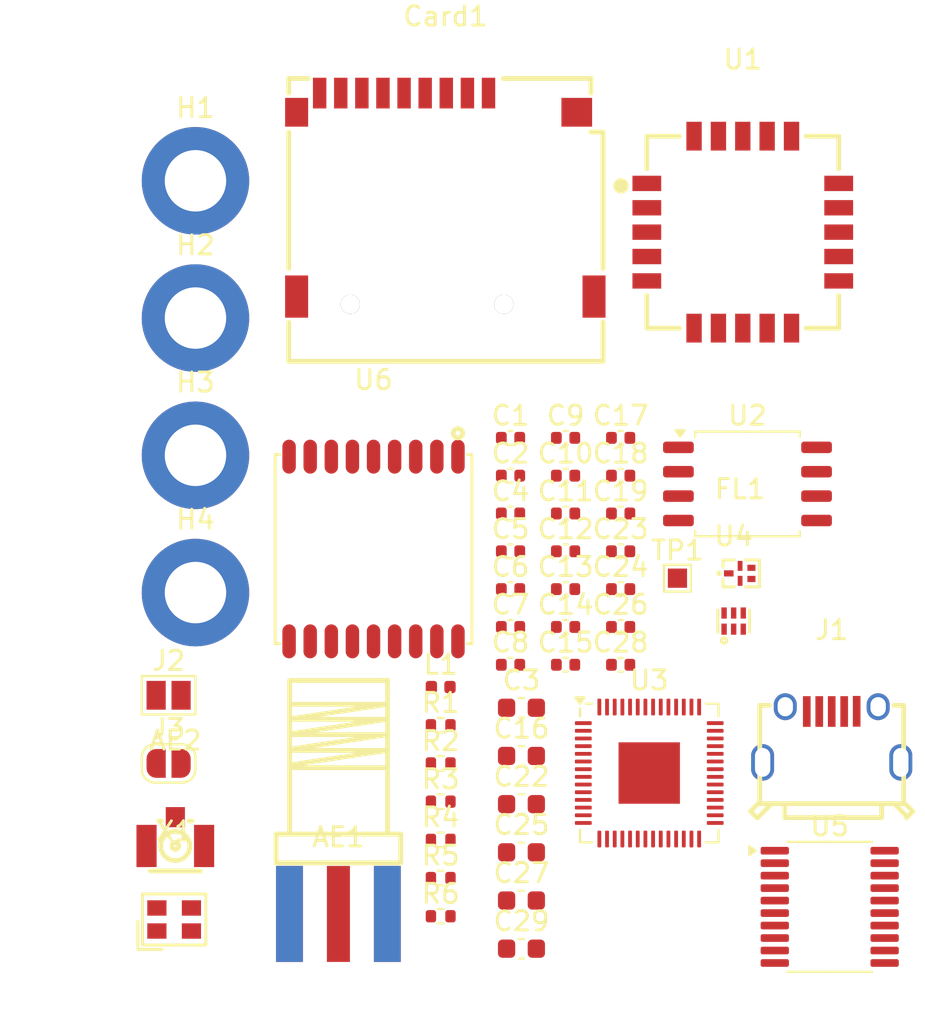
<source format=kicad_pcb>
(kicad_pcb (version 20240108) (generator "pcbnew") (generator_version "8.0")
  (layers (0 "F.Cu" signal) (31 "B.Cu" signal) (34 "B.Paste" user) (35 "F.Paste" user) (36 "B.SilkS" user "B.Silkscreen") (37 "F.SilkS" user "F.Silkscreen") (38 "B.Mask" user) (39 "F.Mask" user) (44 "Edge.Cuts" user))
  (net 0 "")
  (net 1 "GND")
  (net 2 "Net-(AE1-A)")
  (net 3 "/ANT IN")
  (net 4 "/SX RST")
  (net 5 "+3.3VA")
  (net 6 "+1V1")
  (net 7 "Net-(C17-Pad2)")
  (net 8 "/VCC RF")
  (net 9 "Net-(FL1-OUT)")
  (net 10 "/ANT")
  (net 11 "Net-(U5-LDOO)")
  (net 12 "/SD_CS")
  (net 13 "/MOSI")
  (net 14 "/SCK")
  (net 20 "/MISO")
  (net 23 "Net-(FL1-IN)")
  (net 24 "/USB_D-")
  (net 25 "/USB_D+")
  (net 28 "VBUS")
  (net 29 "/SWD")
  (net 30 "/SWCLK")
  (net 31 "/BOOTSEL")
  (net 32 "Net-(U4-RFIN)")
  (net 33 "/QSPI_SS")
  (net 34 "/RP USB_D+")
  (net 35 "/RP USB_D-")
  (net 36 "/RUN")
  (net 37 "/SDA")
  (net 38 "/SCL")
  (net 39 "/RXEN")
  (net 45 "/SX CS")
  (net 47 "/BUSY")
  (net 48 "/TXEN")
  (net 50 "/QSPI_SD2")
  (net 51 "/QSPI_SD3")
  (net 52 "/QSPI_SD1")
  (net 53 "/QSPI_SCLK")
  (net 54 "/QSPI_SDO")
  (net 75 "/XIN")
  (net 77 "/ANT OFF")
  (net 78 "Net-(U5-VNEG)")
  (net 79 "Net-(U5-CAPP)")
  (net 80 "Net-(U5-OUTR)")
  (net 82 "/BCK")
  (net 83 "/DIN")
  (net 84 "Net-(U5-CAPM)")
  (net 85 "/LRCK")
  (net 93 "/PPS")
  (footprint "Package_DFN_QFN:QFN-56-1EP_7x7mm_P0.4mm_EP3.2x3.2mm" (layer "F.Cu") (at 140.7267 89.1142)
    (property "Reference" "U3" (at 0 -4.83 0) (layer "F.SilkS"))
    (property "Value" "RP2040")
    (pad "1" smd roundrect (at -3.4375 -2.6) (size 0.875 0.2) (layers "F.Cu" "F.Paste" "F.Mask") (net 5 "+3.3VA"))
    (pad "2" smd roundrect (at -3.4375 -2.2) (size 0.875 0.2) (layers "F.Cu" "F.Paste" "F.Mask") (net 39 "/RXEN"))
    (pad "3" smd roundrect (at -3.4375 -1.8) (size 0.875 0.2) (layers "F.Cu" "F.Paste" "F.Mask") (net 48 "/TXEN"))
    (pad "4" smd roundrect (at -3.4375 -1.4) (size 0.875 0.2) (layers "F.Cu" "F.Paste" "F.Mask") (net 4 "/SX RST"))
    (pad "5" smd roundrect (at -3.4375 -1) (size 0.875 0.2) (layers "F.Cu" "F.Paste" "F.Mask") (net 13 "/MOSI"))
    (pad "6" smd roundrect (at -3.4375 -0.6) (size 0.875 0.2) (layers "F.Cu" "F.Paste" "F.Mask") (net 20 "/MISO"))
    (pad "7" smd roundrect (at -3.4375 -0.2) (size 0.875 0.2) (layers "F.Cu" "F.Paste" "F.Mask") (net 45 "/SX CS"))
    (pad "8" smd roundrect (at -3.4375 0.2) (size 0.875 0.2) (layers "F.Cu" "F.Paste" "F.Mask") (net 14 "/SCK"))
    (pad "9" smd roundrect (at -3.4375 0.6) (size 0.875 0.2) (layers "F.Cu" "F.Paste" "F.Mask") (net 47 "/BUSY"))
    (pad "10" smd roundrect (at -3.4375 1) (size 0.875 0.2) (layers "F.Cu" "F.Paste" "F.Mask") (net 5 "+3.3VA"))
    (pad "11" smd roundrect (at -3.4375 1.4) (size 0.875 0.2) (layers "F.Cu" "F.Paste" "F.Mask"))
    (pad "12" smd roundrect (at -3.4375 1.8) (size 0.875 0.2) (layers "F.Cu" "F.Paste" "F.Mask"))
    (pad "13" smd roundrect (at -3.4375 2.2) (size 0.875 0.2) (layers "F.Cu" "F.Paste" "F.Mask"))
    (pad "14" smd roundrect (at -3.4375 2.6) (size 0.875 0.2) (layers "F.Cu" "F.Paste" "F.Mask"))
    (pad "15" smd roundrect (at -2.6 3.4375) (size 0.2 0.875) (layers "F.Cu" "F.Paste" "F.Mask") (net 37 "/SDA"))
    (pad "16" smd roundrect (at -2.2 3.4375) (size 0.2 0.875) (layers "F.Cu" "F.Paste" "F.Mask") (net 38 "/SCL"))
    (pad "17" smd roundrect (at -1.8 3.4375) (size 0.2 0.875) (layers "F.Cu" "F.Paste" "F.Mask"))
    (pad "18" smd roundrect (at -1.4 3.4375) (size 0.2 0.875) (layers "F.Cu" "F.Paste" "F.Mask"))
    (pad "19" smd roundrect (at -1 3.4375) (size 0.2 0.875) (layers "F.Cu" "F.Paste" "F.Mask") (net 1 "GND"))
    (pad "20" smd roundrect (at -0.6 3.4375) (size 0.2 0.875) (layers "F.Cu" "F.Paste" "F.Mask") (net 75 "/XIN"))
    (pad "21" smd roundrect (at -0.2 3.4375) (size 0.2 0.875) (layers "F.Cu" "F.Paste" "F.Mask"))
    (pad "22" smd roundrect (at 0.2 3.4375) (size 0.2 0.875) (layers "F.Cu" "F.Paste" "F.Mask") (net 5 "+3.3VA"))
    (pad "23" smd roundrect (at 0.6 3.4375) (size 0.2 0.875) (layers "F.Cu" "F.Paste" "F.Mask") (net 6 "+1V1"))
    (pad "24" smd roundrect (at 1 3.4375) (size 0.2 0.875) (layers "F.Cu" "F.Paste" "F.Mask") (net 30 "/SWCLK"))
    (pad "25" smd roundrect (at 1.4 3.4375) (size 0.2 0.875) (layers "F.Cu" "F.Paste" "F.Mask") (net 29 "/SWD"))
    (pad "26" smd roundrect (at 1.8 3.4375) (size 0.2 0.875) (layers "F.Cu" "F.Paste" "F.Mask") (net 36 "/RUN"))
    (pad "27" smd roundrect (at 2.2 3.4375) (size 0.2 0.875) (layers "F.Cu" "F.Paste" "F.Mask"))
    (pad "28" smd roundrect (at 2.6 3.4375) (size 0.2 0.875) (layers "F.Cu" "F.Paste" "F.Mask"))
    (pad "29" smd roundrect (at 3.4375 2.6) (size 0.875 0.2) (layers "F.Cu" "F.Paste" "F.Mask"))
    (pad "30" smd roundrect (at 3.4375 2.2) (size 0.875 0.2) (layers "F.Cu" "F.Paste" "F.Mask"))
    (pad "31" smd roundrect (at 3.4375 1.8) (size 0.875 0.2) (layers "F.Cu" "F.Paste" "F.Mask"))
    (pad "32" smd roundrect (at 3.4375 1.4) (size 0.875 0.2) (layers "F.Cu" "F.Paste" "F.Mask"))
    (pad "33" smd roundrect (at 3.4375 1) (size 0.875 0.2) (layers "F.Cu" "F.Paste" "F.Mask") (net 5 "+3.3VA"))
    (pad "34" smd roundrect (at 3.4375 0.6) (size 0.875 0.2) (layers "F.Cu" "F.Paste" "F.Mask"))
    (pad "35" smd roundrect (at 3.4375 0.2) (size 0.875 0.2) (layers "F.Cu" "F.Paste" "F.Mask"))
    (pad "36" smd roundrect (at 3.4375 -0.2) (size 0.875 0.2) (layers "F.Cu" "F.Paste" "F.Mask"))
    (pad "37" smd roundrect (at 3.4375 -0.6) (size 0.875 0.2) (layers "F.Cu" "F.Paste" "F.Mask"))
    (pad "38" smd roundrect (at 3.4375 -1) (size 0.875 0.2) (layers "F.Cu" "F.Paste" "F.Mask"))
    (pad "39" smd roundrect (at 3.4375 -1.4) (size 0.875 0.2) (layers "F.Cu" "F.Paste" "F.Mask"))
    (pad "40" smd roundrect (at 3.4375 -1.8) (size 0.875 0.2) (layers "F.Cu" "F.Paste" "F.Mask"))
    (pad "41" smd roundrect (at 3.4375 -2.2) (size 0.875 0.2) (layers "F.Cu" "F.Paste" "F.Mask"))
    (pad "42" smd roundrect (at 3.4375 -2.6) (size 0.875 0.2) (layers "F.Cu" "F.Paste" "F.Mask") (net 5 "+3.3VA"))
    (pad "43" smd roundrect (at 2.6 -3.4375) (size 0.2 0.875) (layers "F.Cu" "F.Paste" "F.Mask") (net 5 "+3.3VA"))
    (pad "44" smd roundrect (at 2.2 -3.4375) (size 0.2 0.875) (layers "F.Cu" "F.Paste" "F.Mask") (net 5 "+3.3VA"))
    (pad "45" smd roundrect (at 1.8 -3.4375) (size 0.2 0.875) (layers "F.Cu" "F.Paste" "F.Mask") (net 6 "+1V1"))
    (pad "46" smd roundrect (at 1.4 -3.4375) (size 0.2 0.875) (layers "F.Cu" "F.Paste" "F.Mask") (net 35 "/RP USB_D-"))
    (pad "47" smd roundrect (at 1 -3.4375) (size 0.2 0.875) (layers "F.Cu" "F.Paste" "F.Mask") (net 34 "/RP USB_D+"))
    (pad "48" smd roundrect (at 0.6 -3.4375) (size 0.2 0.875) (layers "F.Cu" "F.Paste" "F.Mask") (net 5 "+3.3VA"))
    (pad "49" smd roundrect (at 0.2 -3.4375) (size 0.2 0.875) (layers "F.Cu" "F.Paste" "F.Mask") (net 5 "+3.3VA"))
    (pad "50" smd roundrect (at -0.2 -3.4375) (size 0.2 0.875) (layers "F.Cu" "F.Paste" "F.Mask") (net 6 "+1V1"))
    (pad "51" smd roundrect (at -0.6 -3.4375) (size 0.2 0.875) (layers "F.Cu" "F.Paste" "F.Mask") (net 51 "/QSPI_SD3"))
    (pad "52" smd roundrect (at -1 -3.4375) (size 0.2 0.875) (layers "F.Cu" "F.Paste" "F.Mask") (net 53 "/QSPI_SCLK"))
    (pad "53" smd roundrect (at -1.4 -3.4375) (size 0.2 0.875) (layers "F.Cu" "F.Paste" "F.Mask") (net 54 "/QSPI_SDO"))
    (pad "54" smd roundrect (at -1.8 -3.4375) (size 0.2 0.875) (layers "F.Cu" "F.Paste" "F.Mask") (net 50 "/QSPI_SD2"))
    (pad "55" smd roundrect (at -2.2 -3.4375) (size 0.2 0.875) (layers "F.Cu" "F.Paste" "F.Mask") (net 52 "/QSPI_SD1"))
    (pad "56" smd roundrect (at -2.6 -3.4375) (size 0.2 0.875) (layers "F.Cu" "F.Paste" "F.Mask") (net 33 "/QSPI_SS"))
    (pad "57" smd rect (at 0 0) (size 3.2 3.2) (property pad_prop_heatsink) (layers "F.Cu" "F.Mask") (net 1 "GND"))
  )
  (footprint "Capacitor_SMD:C_0402_1005Metric" (layer "F.Cu") (at 139.2367 79.5342)
    (property "Reference" "C24" (at 0 -1.16 0) (layer "F.SilkS"))
    (property "Value" "100n")
    (pad "1" smd roundrect (at -0.48 0) (size 0.56 0.62) (layers "F.Cu" "F.Paste" "F.Mask") (net 5 "+3.3VA"))
    (pad "2" smd roundrect (at 0.48 0) (size 0.56 0.62) (layers "F.Cu" "F.Paste" "F.Mask") (net 1 "GND"))
  )
  (footprint "Package_SO:TSSOP-20_4.4x6.5mm_P0.65mm" (layer "F.Cu") (at 150.1317 96.0842)
    (property "Reference" "U5" (at 0 -4.2 0) (layer "F.SilkS"))
    (property "Value" "PCM5102A")
    (pad "1" smd roundrect (at -2.8625 -2.925) (size 1.475 0.4) (layers "F.Cu" "F.Paste" "F.Mask") (net 5 "+3.3VA"))
    (pad "2" smd roundrect (at -2.8625 -2.275) (size 1.475 0.4) (layers "F.Cu" "F.Paste" "F.Mask") (net 79 "Net-(U5-CAPP)"))
    (pad "3" smd roundrect (at -2.8625 -1.625) (size 1.475 0.4) (layers "F.Cu" "F.Paste" "F.Mask") (net 1 "GND"))
    (pad "4" smd roundrect (at -2.8625 -0.975) (size 1.475 0.4) (layers "F.Cu" "F.Paste" "F.Mask") (net 84 "Net-(U5-CAPM)"))
    (pad "5" smd roundrect (at -2.8625 -0.325) (size 1.475 0.4) (layers "F.Cu" "F.Paste" "F.Mask") (net 78 "Net-(U5-VNEG)"))
    (pad "6" smd roundrect (at -2.8625 0.325) (size 1.475 0.4) (layers "F.Cu" "F.Paste" "F.Mask"))
    (pad "7" smd roundrect (at -2.8625 0.975) (size 1.475 0.4) (layers "F.Cu" "F.Paste" "F.Mask") (net 80 "Net-(U5-OUTR)"))
    (pad "8" smd roundrect (at -2.8625 1.625) (size 1.475 0.4) (layers "F.Cu" "F.Paste" "F.Mask") (net 5 "+3.3VA"))
    (pad "9" smd roundrect (at -2.8625 2.275) (size 1.475 0.4) (layers "F.Cu" "F.Paste" "F.Mask") (net 1 "GND"))
    (pad "10" smd roundrect (at -2.8625 2.925) (size 1.475 0.4) (layers "F.Cu" "F.Paste" "F.Mask") (net 1 "GND"))
    (pad "11" smd roundrect (at 2.8625 2.925) (size 1.475 0.4) (layers "F.Cu" "F.Paste" "F.Mask") (net 1 "GND"))
    (pad "12" smd roundrect (at 2.8625 2.275) (size 1.475 0.4) (layers "F.Cu" "F.Paste" "F.Mask") (net 14 "/SCK"))
    (pad "13" smd roundrect (at 2.8625 1.625) (size 1.475 0.4) (layers "F.Cu" "F.Paste" "F.Mask") (net 82 "/BCK"))
    (pad "14" smd roundrect (at 2.8625 0.975) (size 1.475 0.4) (layers "F.Cu" "F.Paste" "F.Mask") (net 83 "/DIN"))
    (pad "15" smd roundrect (at 2.8625 0.325) (size 1.475 0.4) (layers "F.Cu" "F.Paste" "F.Mask") (net 85 "/LRCK"))
    (pad "16" smd roundrect (at 2.8625 -0.325) (size 1.475 0.4) (layers "F.Cu" "F.Paste" "F.Mask") (net 1 "GND"))
    (pad "17" smd roundrect (at 2.8625 -0.975) (size 1.475 0.4) (layers "F.Cu" "F.Paste" "F.Mask") (net 5 "+3.3VA"))
    (pad "18" smd roundrect (at 2.8625 -1.625) (size 1.475 0.4) (layers "F.Cu" "F.Paste" "F.Mask") (net 11 "Net-(U5-LDOO)"))
    (pad "19" smd roundrect (at 2.8625 -2.275) (size 1.475 0.4) (layers "F.Cu" "F.Paste" "F.Mask") (net 1 "GND"))
    (pad "20" smd roundrect (at 2.8625 -2.925) (size 1.475 0.4) (layers "F.Cu" "F.Paste" "F.Mask") (net 5 "+3.3VA"))
  )
  (footprint "Inductor_SMD:L_0402_1005Metric" (layer "F.Cu") (at 129.8567 84.6342)
    (property "Reference" "L1" (at 0 -1.17 0) (layer "F.SilkS"))
    (property "Value" "10n")
    (pad "1" smd roundrect (at -0.485 0) (size 0.59 0.64) (layers "F.Cu" "F.Paste" "F.Mask") (net 7 "Net-(C17-Pad2)"))
    (pad "2" smd roundrect (at 0.485 0) (size 0.59 0.64) (layers "F.Cu" "F.Paste" "F.Mask") (net 32 "Net-(U4-RFIN)"))
  )
  (footprint "Resistor_SMD:R_0402_1005Metric" (layer "F.Cu") (at 129.8567 86.6242)
    (property "Reference" "R1" (at 0 -1.17 0) (layer "F.SilkS"))
    (property "Value" "1k")
    (pad "1" smd roundrect (at -0.51 0) (size 0.54 0.64) (layers "F.Cu" "F.Paste" "F.Mask") (net 33 "/QSPI_SS"))
    (pad "2" smd roundrect (at 0.51 0) (size 0.54 0.64) (layers "F.Cu" "F.Paste" "F.Mask") (net 31 "/BOOTSEL"))
  )
  (footprint "Capacitor_SMD:C_0402_1005Metric" (layer "F.Cu") (at 136.3667 71.6542)
    (property "Reference" "C9" (at 0 -1.16 0) (layer "F.SilkS"))
    (property "Value" "1u")
    (pad "1" smd roundrect (at -0.48 0) (size 0.56 0.62) (layers "F.Cu" "F.Paste" "F.Mask") (net 5 "+3.3VA"))
    (pad "2" smd roundrect (at 0.48 0) (size 0.56 0.62) (layers "F.Cu" "F.Paste" "F.Mask") (net 1 "GND"))
  )
  (footprint "Jumper:SolderJumper-2_P1.3mm_Open_Pad1.0x1.5mm" (layer "F.Cu") (at 115.6767 85.0642)
    (property "Reference" "J2" (at 0 -1.8 0) (layer "F.SilkS"))
    (property "Value" "Conn_01x02")
    (pad "1" smd rect (at -0.65 0) (size 1 1.5) (layers "F.Cu" "F.Mask") (net 30 "/SWCLK"))
    (pad "2" smd rect (at 0.65 0) (size 1 1.5) (layers "F.Cu" "F.Mask") (net 29 "/SWD"))
  )
  (footprint "MountingHole:MountingHole_3.2mm_M3_DIN965_Pad" (layer "F.Cu") (at 117.0767 58.2642)
    (property "Reference" "H1" (at 0 -3.8 0) (layer "F.SilkS"))
    (property "Value" "MountingHole_Pad")
    (pad "1" thru_hole circle (at 0 0) (size 5.6 5.6) (drill 3.2) (layers "*.Cu" "*.Mask") (net 1 "GND"))
  )
  (footprint "Capacitor_SMD:C_0603_1608Metric" (layer "F.Cu") (at 134.0667 90.7342)
    (property "Reference" "C22" (at 0 -1.43 0) (layer "F.SilkS"))
    (property "Value" "10u")
    (pad "1" smd roundrect (at -0.775 0) (size 0.9 0.95) (layers "F.Cu" "F.Paste" "F.Mask") (net 11 "Net-(U5-LDOO)"))
    (pad "2" smd roundrect (at 0.775 0) (size 0.9 0.95) (layers "F.Cu" "F.Paste" "F.Mask") (net 1 "GND"))
  )
  (footprint "TestPoint:TestPoint_Pad_1.0x1.0mm" (layer "F.Cu") (at 142.1967 78.9642)
    (property "Reference" "TP1" (at 0 -1.448 0) (layer "F.SilkS"))
    (property "Value" "TestPoint")
    (pad "1" smd rect (at 0 0) (size 1 1) (layers "F.Cu" "F.Mask") (net 36 "/RUN"))
  )
  (footprint "Capacitor_SMD:C_0603_1608Metric" (layer "F.Cu") (at 134.0667 93.2442)
    (property "Reference" "C25" (at 0 -1.43 0) (layer "F.SilkS"))
    (property "Value" "10u")
    (pad "1" smd roundrect (at -0.775 0) (size 0.9 0.95) (layers "F.Cu" "F.Paste" "F.Mask") (net 5 "+3.3VA"))
    (pad "2" smd roundrect (at 0.775 0) (size 0.9 0.95) (layers "F.Cu" "F.Paste" "F.Mask") (net 1 "GND"))
  )
  (footprint "Capacitor_SMD:C_0402_1005Metric" (layer "F.Cu") (at 136.3667 73.6242)
    (property "Reference" "C10" (at 0 -1.16 0) (layer "F.SilkS"))
    (property "Value" "100n")
    (pad "1" smd roundrect (at -0.48 0) (size 0.56 0.62) (layers "F.Cu" "F.Paste" "F.Mask") (net 5 "+3.3VA"))
    (pad "2" smd roundrect (at 0.48 0) (size 0.56 0.62) (layers "F.Cu" "F.Paste" "F.Mask") (net 1 "GND"))
  )
  (footprint "Resistor_SMD:R_0402_1005Metric" (layer "F.Cu") (at 129.8567 90.6042)
    (property "Reference" "R3" (at 0 -1.17 0) (layer "F.SilkS"))
    (property "Value" "22R")
    (pad "1" smd roundrect (at -0.51 0) (size 0.54 0.64) (layers "F.Cu" "F.Paste" "F.Mask") (net 35 "/RP USB_D-"))
    (pad "2" smd roundrect (at 0.51 0) (size 0.54 0.64) (layers "F.Cu" "F.Paste" "F.Mask") (net 24 "/USB_D-"))
  )
  (footprint "Capacitor_SMD:C_0402_1005Metric" (layer "F.Cu") (at 139.2367 71.6542)
    (property "Reference" "C17" (at 0 -1.16 0) (layer "F.SilkS"))
    (property "Value" "1n")
    (pad "1" smd roundrect (at -0.48 0) (size 0.56 0.62) (layers "F.Cu" "F.Paste" "F.Mask") (net 3 "/ANT IN"))
    (pad "2" smd roundrect (at 0.48 0) (size 0.56 0.62) (layers "F.Cu" "F.Paste" "F.Mask") (net 7 "Net-(C17-Pad2)"))
  )
  (footprint "Resistor_SMD:R_0402_1005Metric" (layer "F.Cu") (at 129.8567 88.6142)
    (property "Reference" "R2" (at 0 -1.17 0) (layer "F.SilkS"))
    (property "Value" "22R")
    (pad "1" smd roundrect (at -0.51 0) (size 0.54 0.64) (layers "F.Cu" "F.Paste" "F.Mask") (net 25 "/USB_D+"))
    (pad "2" smd roundrect (at 0.51 0) (size 0.54 0.64) (layers "F.Cu" "F.Paste" "F.Mask") (net 34 "/RP USB_D+"))
  )
  (footprint "Resistor_SMD:R_0402_1005Metric" (layer "F.Cu") (at 129.8567 92.5942)
    (property "Reference" "R4" (at 0 -1.17 0) (layer "F.SilkS"))
    (property "Value" "5.1k")
    (pad "1" smd roundrect (at -0.51 0) (size 0.54 0.64) (layers "F.Cu" "F.Paste" "F.Mask") (net 5 "+3.3VA"))
    (pad "2" smd roundrect (at 0.51 0) (size 0.54 0.64) (layers "F.Cu" "F.Paste" "F.Mask") (net 36 "/RUN"))
  )
  (footprint ".pretty:WIRELM-SMD_E22-400MM22S" (layer "F.Cu") (at 145.6017 60.9392)
    (property "Reference" "U1" (at 0 -9 0) (layer "F.SilkS"))
    (property "Value" "E22-900MM22S")
    (pad "1" smd rect (at -5 -2.54) (size 1.5 0.8) (layers "F.Cu" "F.Paste" "F.Mask") (net 5 "+3.3VA"))
    (pad "2" smd rect (at -5 -1.27) (size 1.5 0.8) (layers "F.Cu" "F.Paste" "F.Mask") (net 1 "GND"))
    (pad "3" smd rect (at -5 0) (size 1.5 0.8) (layers "F.Cu" "F.Paste" "F.Mask") (net 4 "/SX RST"))
    (pad "4" smd rect (at -5 1.27) (size 1.5 0.8) (layers "F.Cu" "F.Paste" "F.Mask"))
    (pad "5" smd rect (at -5 2.54) (size 1.5 0.8) (layers "F.Cu" "F.Paste" "F.Mask"))
    (pad "6" smd rect (at -2.54 5 90) (size 1.5 0.8) (layers "F.Cu" "F.Paste" "F.Mask") (net 2 "Net-(AE1-A)"))
    (pad "7" smd rect (at -1.27 5 90) (size 1.5 0.8) (layers "F.Cu" "F.Paste" "F.Mask") (net 1 "GND"))
    (pad "8" smd rect (at 0 5 90) (size 1.5 0.8) (layers "F.Cu" "F.Paste" "F.Mask"))
    (pad "9" smd rect (at 1.27 5 90) (size 1.5 0.8) (layers "F.Cu" "F.Paste" "F.Mask") (net 48 "/TXEN"))
    (pad "10" smd rect (at 2.54 5 90) (size 1.5 0.8) (layers "F.Cu" "F.Paste" "F.Mask") (net 39 "/RXEN"))
    (pad "11" smd rect (at 5 2.54 180) (size 1.5 0.8) (layers "F.Cu" "F.Paste" "F.Mask") (net 47 "/BUSY"))
    (pad "12" smd rect (at 5 1.27 180) (size 1.5 0.8) (layers "F.Cu" "F.Paste" "F.Mask") (net 20 "/MISO"))
    (pad "13" smd rect (at 5 0 180) (size 1.5 0.8) (layers "F.Cu" "F.Paste" "F.Mask") (net 13 "/MOSI"))
    (pad "14" smd rect (at 5 -1.27 180) (size 1.5 0.8) (layers "F.Cu" "F.Paste" "F.Mask") (net 45 "/SX CS"))
    (pad "15" smd rect (at 5 -2.54 180) (size 1.5 0.8) (layers "F.Cu" "F.Paste" "F.Mask") (net 14 "/SCK"))
    (pad "16" smd rect (at 2.54 -5 270) (size 1.5 0.8) (layers "F.Cu" "F.Paste" "F.Mask") (net 1 "GND"))
    (pad "17" smd rect (at 1.27 -5 270) (size 1.5 0.8) (layers "F.Cu" "F.Paste" "F.Mask"))
    (pad "18" smd rect (at 0 -5 270) (size 1.5 0.8) (layers "F.Cu" "F.Paste" "F.Mask"))
    (pad "19" smd rect (at -1.27 -5 270) (size 1.5 0.8) (layers "F.Cu" "F.Paste" "F.Mask"))
    (pad "20" smd rect (at -2.54 -5 270) (size 1.5 0.8) (layers "F.Cu" "F.Paste" "F.Mask"))
  )
  (footprint "MountingHole:MountingHole_3.2mm_M3_DIN965_Pad" (layer "F.Cu") (at 117.0767 79.7142)
    (property "Reference" "H4" (at 0 -3.8 0) (layer "F.SilkS"))
    (property "Value" "MountingHole_Pad")
    (pad "1" thru_hole circle (at 0 0) (size 5.6 5.6) (drill 3.2) (layers "*.Cu" "*.Mask") (net 1 "GND"))
  )
  (footprint "Capacitor_SMD:C_0402_1005Metric" (layer "F.Cu") (at 133.4967 73.6242)
    (property "Reference" "C2" (at 0 -1.16 0) (layer "F.SilkS"))
    (property "Value" "10n")
    (pad "1" smd roundrect (at -0.48 0) (size 0.56 0.62) (layers "F.Cu" "F.Paste" "F.Mask") (net 5 "+3.3VA"))
    (pad "2" smd roundrect (at 0.48 0) (size 0.56 0.62) (layers "F.Cu" "F.Paste" "F.Mask") (net 1 "GND"))
  )
  (footprint "Capacitor_SMD:C_0402_1005Metric" (layer "F.Cu") (at 136.3667 81.5042)
    (property "Reference" "C14" (at 0 -1.16 0) (layer "F.SilkS"))
    (property "Value" "100n")
    (pad "1" smd roundrect (at -0.48 0) (size 0.56 0.62) (layers "F.Cu" "F.Paste" "F.Mask") (net 5 "+3.3VA"))
    (pad "2" smd roundrect (at 0.48 0) (size 0.56 0.62) (layers "F.Cu" "F.Paste" "F.Mask") (net 1 "GND"))
  )
  (footprint "Capacitor_SMD:C_0402_1005Metric" (layer "F.Cu") (at 136.3667 77.5642)
    (property "Reference" "C12" (at 0 -1.16 0) (layer "F.SilkS"))
    (property "Value" "100n")
    (pad "1" smd roundrect (at -0.48 0) (size 0.56 0.62) (layers "F.Cu" "F.Paste" "F.Mask") (net 5 "+3.3VA"))
    (pad "2" smd roundrect (at 0.48 0) (size 0.56 0.62) (layers "F.Cu" "F.Paste" "F.Mask") (net 1 "GND"))
  )
  (footprint "Capacitor_SMD:C_0402_1005Metric" (layer "F.Cu") (at 139.2367 77.5642)
    (property "Reference" "C23" (at 0 -1.16 0) (layer "F.SilkS"))
    (property "Value" "100n")
    (pad "1" smd roundrect (at -0.48 0) (size 0.56 0.62) (layers "F.Cu" "F.Paste" "F.Mask") (net 11 "Net-(U5-LDOO)"))
    (pad "2" smd roundrect (at 0.48 0) (size 0.56 0.62) (layers "F.Cu" "F.Paste" "F.Mask") (net 1 "GND"))
  )
  (footprint "Capacitor_SMD:C_0402_1005Metric" (layer "F.Cu") (at 133.4967 83.4742)
    (property "Reference" "C8" (at 0 -1.16 0) (layer "F.SilkS"))
    (property "Value" "1u")
    (pad "1" smd roundrect (at -0.48 0) (size 0.56 0.62) (layers "F.Cu" "F.Paste" "F.Mask") (net 6 "+1V1"))
    (pad "2" smd roundrect (at 0.48 0) (size 0.56 0.62) (layers "F.Cu" "F.Paste" "F.Mask") (net 1 "GND"))
  )
  (footprint ".pretty:GPSM-SMD_ATGM336H-TR" (layer "F.Cu") (at 126.3567 77.4442)
    (property "Reference" "U6" (at 0 -8.81 0) (layer "F.SilkS"))
    (property "Value" "ATGM336H-5N31")
    (pad "1" smd oval (at 4.4 -4.81 180) (size 0.7 1.77) (layers "F.Cu" "F.Paste" "F.Mask") (net 1 "GND"))
    (pad "2" smd oval (at 3.3 -4.81 180) (size 0.7 1.77) (layers "F.Cu" "F.Paste" "F.Mask"))
    (pad "3" smd oval (at 2.2 -4.81 180) (size 0.7 1.77) (layers "F.Cu" "F.Paste" "F.Mask"))
    (pad "4" smd oval (at 1.1 -4.81 180) (size 0.7 1.77) (layers "F.Cu" "F.Paste" "F.Mask") (net 93 "/PPS"))
    (pad "5" smd oval (at 0 -4.81 180) (size 0.7 1.77) (layers "F.Cu" "F.Paste" "F.Mask"))
    (pad "6" smd oval (at -1.1 -4.81 180) (size 0.7 1.77) (layers "F.Cu" "F.Paste" "F.Mask") (net 5 "+3.3VA"))
    (pad "7" smd oval (at -2.2 -4.81 180) (size 0.7 1.77) (layers "F.Cu" "F.Paste" "F.Mask"))
    (pad "8" smd oval (at -3.3 -4.81 180) (size 0.7 1.77) (layers "F.Cu" "F.Paste" "F.Mask") (net 5 "+3.3VA"))
    (pad "9" smd oval (at -4.4 -4.81 180) (size 0.7 1.77) (layers "F.Cu" "F.Paste" "F.Mask"))
    (pad "10" smd oval (at -4.4 4.81 180) (size 0.7 1.77) (layers "F.Cu" "F.Paste" "F.Mask") (net 1 "GND"))
    (pad "11" smd oval (at -3.3 4.81 180) (size 0.7 1.77) (layers "F.Cu" "F.Paste" "F.Mask") (net 10 "/ANT"))
    (pad "12" smd oval (at -2.2 4.81 180) (size 0.7 1.77) (layers "F.Cu" "F.Paste" "F.Mask") (net 1 "GND"))
    (pad "13" smd oval (at -1.1 4.81 180) (size 0.7 1.77) (layers "F.Cu" "F.Paste" "F.Mask"))
    (pad "14" smd oval (at 0 4.81 180) (size 0.7 1.77) (layers "F.Cu" "F.Paste" "F.Mask") (net 8 "/VCC RF"))
    (pad "15" smd oval (at 1.1 4.81 180) (size 0.7 1.77) (layers "F.Cu" "F.Paste" "F.Mask"))
    (pad "16" smd oval (at 2.2 4.81 180) (size 0.7 1.77) (layers "F.Cu" "F.Paste" "F.Mask") (net 37 "/SDA"))
    (pad "17" smd oval (at 3.3 4.81 180) (size 0.7 1.77) (layers "F.Cu" "F.Paste" "F.Mask") (net 38 "/SCL"))
    (pad "18" smd oval (at 4.4 4.81 180) (size 0.7 1.77) (layers "F.Cu" "F.Paste" "F.Mask"))
  )
  (footprint ".pretty:TF-SMD_TF-115K" (layer "F.Cu") (at 130.0988 58.9946)
    (property "Reference" "Card1" (at 0 -9.3 0) (layer "F.SilkS"))
    (property "Value" "TF-115K")
    (pad "" thru_hole circle (at -4.95 5.7) (size 1 1) (drill 1) (layers "*.Cu" "*.Mask"))
    (pad "" thru_hole circle (at 3.05 5.7) (size 1 1) (drill 1) (layers "*.Cu" "*.Mask"))
    (pad "1" smd rect (at 2.25 -5.3) (size 0.7 1.6) (layers "F.Cu" "F.Paste" "F.Mask"))
    (pad "2" smd rect (at 1.15 -5.3) (size 0.7 1.6) (layers "F.Cu" "F.Paste" "F.Mask") (net 12 "/SD_CS"))
    (pad "3" smd rect (at 0.05 -5.3) (size 0.7 1.6) (layers "F.Cu" "F.Paste" "F.Mask") (net 13 "/MOSI"))
    (pad "4" smd rect (at -1.05 -5.3) (size 0.7 1.6) (layers "F.Cu" "F.Paste" "F.Mask") (net 5 "+3.3VA"))
    (pad "5" smd rect (at -2.15 -5.3) (size 0.7 1.6) (layers "F.Cu" "F.Paste" "F.Mask") (net 14 "/SCK"))
    (pad "6" smd rect (at -3.25 -5.3) (size 0.7 1.6) (layers "F.Cu" "F.Paste" "F.Mask") (net 1 "GND"))
    (pad "7" smd rect (at -4.35 -5.3) (size 0.7 1.6) (layers "F.Cu" "F.Paste" "F.Mask") (net 20 "/MISO"))
    (pad "8" smd rect (at -5.45 -5.3) (size 0.7 1.6) (layers "F.Cu" "F.Paste" "F.Mask"))
    (pad "9" smd rect (at -6.55 -5.3) (size 0.7 1.6) (layers "F.Cu" "F.Paste" "F.Mask"))
    (pad "10" smd rect (at -7.75 -4.3) (size 1.2 1.5) (layers "F.Cu" "F.Paste" "F.Mask"))
    (pad "11" smd rect (at -7.75 5.3) (size 1.2 2.2) (layers "F.Cu" "F.Paste" "F.Mask"))
    (pad "12" smd rect (at 6.85 -4.3) (size 1.6 1.5) (layers "F.Cu" "F.Paste" "F.Mask"))
    (pad "13" smd rect (at 7.75 5.3) (size 1.2 2.2) (layers "F.Cu" "F.Paste" "F.Mask"))
  )
  (footprint "Package_SO:SOIC-8_5.23x5.23mm_P1.27mm" (layer "F.Cu") (at 145.8467 74.0542)
    (property "Reference" "U2" (at 0 -3.56 0) (layer "F.SilkS"))
    (property "Value" "W25Q128JVS")
    (pad "1" smd roundrect (at -3.6 -1.905) (size 1.6 0.6) (layers "F.Cu" "F.Paste" "F.Mask") (net 33 "/QSPI_SS"))
    (pad "2" smd roundrect (at -3.6 -0.635) (size 1.6 0.6) (layers "F.Cu" "F.Paste" "F.Mask") (net 52 "/QSPI_SD1"))
    (pad "3" smd roundrect (at -3.6 0.635) (size 1.6 0.6) (layers "F.Cu" "F.Paste" "F.Mask") (net 50 "/QSPI_SD2"))
    (pad "4" smd roundrect (at -3.6 1.905) (size 1.6 0.6) (layers "F.Cu" "F.Paste" "F.Mask") (net 1 "GND"))
    (pad "5" smd roundrect (at 3.6 1.905) (size 1.6 0.6) (layers "F.Cu" "F.Paste" "F.Mask") (net 54 "/QSPI_SDO"))
    (pad "6" smd roundrect (at 3.6 0.635) (size 1.6 0.6) (layers "F.Cu" "F.Paste" "F.Mask") (net 53 "/QSPI_SCLK"))
    (pad "7" smd roundrect (at 3.6 -0.635) (size 1.6 0.6) (layers "F.Cu" "F.Paste" "F.Mask") (net 51 "/QSPI_SD3"))
    (pad "8" smd roundrect (at 3.6 -1.905) (size 1.6 0.6) (layers "F.Cu" "F.Paste" "F.Mask") (net 5 "+3.3VA"))
  )
  (footprint ".pretty:FILTER-SMD_5P-L1.4-W1.1-L" (layer "F.Cu") (at 145.4617 78.7142)
    (property "Reference" "FL1" (at 0 -4.39 0) (layer "F.SilkS"))
    (property "Value" "SAFEA1G58KA0F00R15")
    (pad "1" smd rect (at -0.59 0 180) (size 0.5 0.32) (layers "F.Cu" "F.Paste" "F.Mask") (net 23 "Net-(FL1-IN)"))
    (pad "2" smd rect (at 0 0.39) (size 0.25 0.52) (layers "F.Cu" "F.Paste" "F.Mask") (net 1 "GND"))
    (pad "3" smd rect (at 0.59 0.29 270) (size 0.32 0.42) (layers "F.Cu" "F.Paste" "F.Mask") (net 1 "GND"))
    (pad "4" smd rect (at 0.59 -0.29 270) (size 0.32 0.42) (layers "F.Cu" "F.Paste" "F.Mask") (net 9 "Net-(FL1-OUT)"))
    (pad "5" smd rect (at 0 -0.39) (size 0.25 0.52) (layers "F.Cu" "F.Paste" "F.Mask") (net 1 "GND"))
  )
  (footprint "Capacitor_SMD:C_0402_1005Metric" (layer "F.Cu") (at 139.2367 81.5042)
    (property "Reference" "C26" (at 0 -1.16 0) (layer "F.SilkS"))
    (property "Value" "100n")
    (pad "1" smd roundrect (at -0.48 0) (size 0.56 0.62) (layers "F.Cu" "F.Paste" "F.Mask") (net 5 "+3.3VA"))
    (pad "2" smd roundrect (at 0.48 0) (size 0.56 0.62) (layers "F.Cu" "F.Paste" "F.Mask") (net 1 "GND"))
  )
  (footprint "Capacitor_SMD:C_0603_1608Metric" (layer "F.Cu") (at 134.0667 98.2642)
    (property "Reference" "C29" (at 0 -1.43 0) (layer "F.SilkS"))
    (property "Value" "10u")
    (pad "1" smd roundrect (at -0.775 0) (size 0.9 0.95) (layers "F.Cu" "F.Paste" "F.Mask") (net 5 "+3.3VA"))
    (pad "2" smd roundrect (at 0.775 0) (size 0.9 0.95) (layers "F.Cu" "F.Paste" "F.Mask") (net 1 "GND"))
  )
  (footprint "Jumper:SolderJumper-2_P1.3mm_Open_RoundedPad1.0x1.5mm" (layer "F.Cu") (at 115.6767 88.6142)
    (property "Reference" "J3" (at 0 -1.8 0) (layer "F.SilkS"))
    (property "Value" "Conn_01x02")
    (pad "1" smd custom (at -0.65 0) (size 1 0.5) (layers "F.Cu" "F.Mask") (net 1 "GND") (options (clearance outline) (anchor rect)) (primitives (gr_circle (center 0 0.25) (end 0.5 0.25) (width 0) (fill yes)) (gr_circle (center 0 -0.25) (end 0.5 -0.25) (width 0) (fill yes)) (gr_poly (pts (xy 0.5 0.75) (xy 0 0.75) (xy 0 -0.75) (xy 0.5 -0.75)) (width 0) (fill yes))))
    (pad "2" smd custom (at 0.65 0) (size 1 0.5) (layers "F.Cu" "F.Mask") (net 31 "/BOOTSEL") (options (clearance outline) (anchor rect)) (primitives (gr_circle (center 0 0.25) (end 0.5 0.25) (width 0) (fill yes)) (gr_circle (center 0 -0.25) (end 0.5 -0.25) (width 0) (fill yes)) (gr_poly (pts (xy 0 0.75) (xy -0.5 0.75) (xy -0.5 -0.75) (xy 0 -0.75)) (width 0) (fill yes))))
  )
  (footprint "MountingHole:MountingHole_3.2mm_M3_DIN965_Pad" (layer "F.Cu") (at 117.0767 65.4142)
    (property "Reference" "H2" (at 0 -3.8 0) (layer "F.SilkS"))
    (property "Value" "MountingHole_Pad")
    (pad "1" thru_hole circle (at 0 0) (size 5.6 5.6) (drill 3.2) (layers "*.Cu" "*.Mask") (net 1 "GND"))
  )
  (footprint "Capacitor_SMD:C_0402_1005Metric" (layer "F.Cu") (at 133.4967 79.5342)
    (property "Reference" "C6" (at 0 -1.16 0) (layer "F.SilkS"))
    (property "Value" "100n")
    (pad "1" smd roundrect (at -0.48 0) (size 0.56 0.62) (layers "F.Cu" "F.Paste" "F.Mask") (net 6 "+1V1"))
    (pad "2" smd roundrect (at 0.48 0) (size 0.56 0.62) (layers "F.Cu" "F.Paste" "F.Mask") (net 1 "GND"))
  )
  (footprint "MountingHole:MountingHole_3.2mm_M3_DIN965_Pad" (layer "F.Cu") (at 117.0767 72.5642)
    (property "Reference" "H3" (at 0 -3.8 0) (layer "F.SilkS"))
    (property "Value" "MountingHole_Pad")
    (pad "1" thru_hole circle (at 0 0) (size 5.6 5.6) (drill 3.2) (layers "*.Cu" "*.Mask") (net 1 "GND"))
  )
  (footprint "Resistor_SMD:R_0402_1005Metric" (layer "F.Cu") (at 129.8567 94.5842)
    (property "Reference" "R5" (at 0 -1.17 0) (layer "F.SilkS"))
    (property "Value" "5.1k")
    (pad "1" smd roundrect (at -0.51 0) (size 0.54 0.64) (layers "F.Cu" "F.Paste" "F.Mask") (net 5 "+3.3VA"))
    (pad "2" smd roundrect (at 0.51 0) (size 0.54 0.64) (layers "F.Cu" "F.Paste" "F.Mask") (net 37 "/SDA"))
  )
  (footprint ".pretty:CONN-SMD_KH-SMA-KE8-G" (layer "F.Cu") (at 124.5267 96.4542)
    (property "Reference" "AE1" (at 0 -4 0) (layer "F.SilkS"))
    (property "Value" "Antenna_Shield")
    (pad "1" smd rect (at 0 0) (size 1.2 5) (layers "F.Cu" "F.Paste" "F.Mask") (net 2 "Net-(AE1-A)"))
    (pad "2" smd rect (at -2.55 0) (size 1.4 5) (layers "F.Cu" "F.Paste" "F.Mask") (net 1 "GND"))
    (pad "2" smd rect (at -2.55 0) (size 1.4 5) (layers "B.Cu" "B.Paste" "B.Mask") (net 1 "GND"))
    (pad "2" smd rect (at 2.55 0) (size 1.4 5) (layers "F.Cu" "F.Paste" "F.Mask") (net 1 "GND"))
    (pad "2" smd rect (at 2.55 0) (size 1.4 5) (layers "B.Cu" "B.Paste" "B.Mask") (net 1 "GND"))
  )
  (footprint "Capacitor_SMD:C_0603_1608Metric" (layer "F.Cu") (at 134.0667 95.7542)
    (property "Reference" "C27" (at 0 -1.43 0) (layer "F.SilkS"))
    (property "Value" "10u")
    (pad "1" smd roundrect (at -0.775 0) (size 0.9 0.95) (layers "F.Cu" "F.Paste" "F.Mask") (net 5 "+3.3VA"))
    (pad "2" smd roundrect (at 0.775 0) (size 0.9 0.95) (layers "F.Cu" "F.Paste" "F.Mask") (net 1 "GND"))
  )
  (footprint "Capacitor_SMD:C_0402_1005Metric" (layer "F.Cu") (at 133.4967 71.6542)
    (property "Reference" "C1" (at 0 -1.16 0) (layer "F.SilkS"))
    (property "Value" "100n")
    (pad "1" smd roundrect (at -0.48 0) (size 0.56 0.62) (layers "F.Cu" "F.Paste" "F.Mask") (net 4 "/SX RST"))
    (pad "2" smd roundrect (at 0.48 0) (size 0.56 0.62) (layers "F.Cu" "F.Paste" "F.Mask") (net 1 "GND"))
  )
  (footprint "Capacitor_SMD:C_0402_1005Metric" (layer "F.Cu") (at 133.4967 81.5042)
    (property "Reference" "C7" (at 0 -1.16 0) (layer "F.SilkS"))
    (property "Value" "100n")
    (pad "1" smd roundrect (at -0.48 0) (size 0.56 0.62) (layers "F.Cu" "F.Paste" "F.Mask") (net 6 "+1V1"))
    (pad "2" smd roundrect (at 0.48 0) (size 0.56 0.62) (layers "F.Cu" "F.Paste" "F.Mask") (net 1 "GND"))
  )
  (footprint "Capacitor_SMD:C_0603_1608Metric" (layer "F.Cu") (at 134.0667 88.2242)
    (property "Reference" "C16" (at 0 -1.43 0) (layer "F.SilkS"))
    (property "Value" "10u")
    (pad "1" smd roundrect (at -0.775 0) (size 0.9 0.95) (layers "F.Cu" "F.Paste" "F.Mask") (net 5 "+3.3VA"))
    (pad "2" smd roundrect (at 0.775 0) (size 0.9 0.95) (layers "F.Cu" "F.Paste" "F.Mask") (net 1 "GND"))
  )
  (footprint "easyeda2kicad:MICRO-USB-SMD_U254-051T-4BHJ25-F2S" (layer "F.Cu") (at 150.2367 87.1092)
    (property "Reference" "J1" (at 0 -5.45 0) (layer "F.SilkS"))
    (property "Value" "USB_B_Micro")
    (pad "1" smd rect (at -1.3 -1.2) (size 0.4 1.6) (layers "F.Cu" "F.Paste" "F.Mask") (net 28 "VBUS"))
    (pad "2" smd rect (at -0.65 -1.2) (size 0.4 1.6) (layers "F.Cu" "F.Paste" "F.Mask") (net 24 "/USB_D-"))
    (pad "3" smd rect (at 0 -1.2) (size 0.4 1.6) (layers "F.Cu" "F.Paste" "F.Mask") (net 25 "/USB_D+"))
    (pad "4" smd rect (at 0.65 -1.2) (size 0.4 1.6) (layers "F.Cu" "F.Paste" "F.Mask"))
    (pad "5" smd rect (at 1.3 -1.21) (size 0.4 1.6) (layers "F.Cu" "F.Paste" "F.Mask") (net 1 "GND"))
    (pad "6" thru_hole oval (at 2.42 -1.45) (size 1.2 1.4) (drill oval 0.799998 0.999998) (layers "*.Cu" "*.Mask"))
    (pad "7" thru_hole oval (at -2.42 -1.45) (size 1.2 1.4) (drill oval 0.799998 0.999998) (layers "*.Cu" "*.Mask"))
    (pad "8" thru_hole oval (at -3.6 1.45) (size 1.2 1.9) (drill oval 0.799998 1.499997) (layers "*.Cu" "*.Mask"))
    (pad "9" thru_hole oval (at 3.6 1.45) (size 1.2 1.9) (drill oval 0.799998 1.499997) (layers "*.Cu" "*.Mask"))
  )
  (footprint "easyeda2kicad:OSC-SMD_4P-L2.0-W1.6-BL" (layer "F.Cu") (at 115.9667 96.7442)
    (property "Reference" "X1" (at 0 -4.6 0) (layer "F.SilkS"))
    (property "Value" "SX1M12.000M10F30TNN")
    (pad "1" smd rect (at -0.9 0.6 90) (size 0.8 1) (layers "F.Cu" "F.Paste" "F.Mask") (net 5 "+3.3VA"))
    (pad "2" smd rect (at 0.9 0.6 90) (size 0.8 1) (layers "F.Cu" "F.Paste" "F.Mask") (net 1 "GND"))
    (pad "3" smd rect (at 0.9 -0.6 90) (size 0.8 1) (layers "F.Cu" "F.Paste" "F.Mask") (net 75 "/XIN"))
    (pad "4" smd rect (at -0.9 -0.6 90) (size 0.8 1) (layers "F.Cu" "F.Paste" "F.Mask") (net 5 "+3.3VA"))
  )
  (footprint "Capacitor_SMD:C_0402_1005Metric" (layer "F.Cu") (at 139.2367 83.4742)
    (property "Reference" "C28" (at 0 -1.16 0) (layer "F.SilkS"))
    (property "Value" "100n")
    (pad "1" smd roundrect (at -0.48 0) (size 0.56 0.62) (layers "F.Cu" "F.Paste" "F.Mask") (net 5 "+3.3VA"))
    (pad "2" smd roundrect (at 0.48 0) (size 0.56 0.62) (layers "F.Cu" "F.Paste" "F.Mask") (net 1 "GND"))
  )
  (footprint "Capacitor_SMD:C_0402_1005Metric" (layer "F.Cu") (at 136.3667 75.5942)
    (property "Reference" "C11" (at 0 -1.16 0) (layer "F.SilkS"))
    (property "Value" "100n")
    (pad "1" smd roundrect (at -0.48 0) (size 0.56 0.62) (layers "F.Cu" "F.Paste" "F.Mask") (net 5 "+3.3VA"))
    (pad "2" smd roundrect (at 0.48 0) (size 0.56 0.62) (layers "F.Cu" "F.Paste" "F.Mask") (net 1 "GND"))
  )
  (footprint "Capacitor_SMD:C_0402_1005Metric" (layer "F.Cu") (at 139.2367 75.5942)
    (property "Reference" "C19" (at 0 -1.16 0) (layer "F.SilkS"))
    (property "Value" "1n")
    (pad "1" smd roundrect (at -0.48 0) (size 0.56 0.62) (layers "F.Cu" "F.Paste" "F.Mask") (net 9 "Net-(FL1-OUT)"))
    (pad "2" smd roundrect (at 0.48 0) (size 0.56 0.62) (layers "F.Cu" "F.Paste" "F.Mask") (net 10 "/ANT"))
  )
  (footprint "Capacitor_SMD:C_0402_1005Metric" (layer "F.Cu") (at 136.3667 79.5342)
    (property "Reference" "C13" (at 0 -1.16 0) (layer "F.SilkS"))
    (property "Value" "100n")
    (pad "1" smd roundrect (at -0.48 0) (size 0.56 0.62) (layers "F.Cu" "F.Paste" "F.Mask") (net 5 "+3.3VA"))
    (pad "2" smd roundrect (at 0.48 0) (size 0.56 0.62) (layers "F.Cu" "F.Paste" "F.Mask") (net 1 "GND"))
  )
  (footprint "Resistor_SMD:R_0402_1005Metric" (layer "F.Cu") (at 129.8567 96.5742)
    (property "Reference" "R6" (at 0 -1.17 0) (layer "F.SilkS"))
    (property "Value" "5.1k")
    (pad "1" smd roundrect (at -0.51 0) (size 0.54 0.64) (layers "F.Cu" "F.Paste" "F.Mask") (net 5 "+3.3VA"))
    (pad "2" smd roundrect (at 0.51 0) (size 0.54 0.64) (layers "F.Cu" "F.Paste" "F.Mask") (net 38 "/SCL"))
  )
  (footprint "Capacitor_SMD:C_0603_1608Metric" (layer "F.Cu") (at 134.0667 85.7142)
    (property "Reference" "C3" (at 0 -1.43 0) (layer "F.SilkS"))
    (property "Value" "10u")
    (pad "1" smd roundrect (at -0.775 0) (size 0.9 0.95) (layers "F.Cu" "F.Paste" "F.Mask") (net 5 "+3.3VA"))
    (pad "2" smd roundrect (at 0.775 0) (size 0.9 0.95) (layers "F.Cu" "F.Paste" "F.Mask") (net 1 "GND"))
  )
  (footprint "Capacitor_SMD:C_0402_1005Metric" (layer "F.Cu") (at 136.3667 83.4742)
    (property "Reference" "C15" (at 0 -1.16 0) (layer "F.SilkS"))
    (property "Value" "100n")
    (pad "1" smd roundrect (at -0.48 0) (size 0.56 0.62) (layers "F.Cu" "F.Paste" "F.Mask") (net 5 "+3.3VA"))
    (pad "2" smd roundrect (at 0.48 0) (size 0.56 0.62) (layers "F.Cu" "F.Paste" "F.Mask") (net 1 "GND"))
  )
  (footprint "Capacitor_SMD:C_0402_1005Metric" (layer "F.Cu") (at 133.4967 77.5642)
    (property "Reference" "C5" (at 0 -1.16 0) (layer "F.SilkS"))
    (property "Value" "100n")
    (pad "1" smd roundrect (at -0.48 0) (size 0.56 0.62) (layers "F.Cu" "F.Paste" "F.Mask") (net 5 "+3.3VA"))
    (pad "2" smd roundrect (at 0.48 0) (size 0.56 0.62) (layers "F.Cu" "F.Paste" "F.Mask") (net 1 "GND"))
  )
  (footprint ".pretty:DFN-6_L1.5-W1.0-P0.50-BL" (layer "F.Cu") (at 145.1267 81.1992)
    (property "Reference" "U4" (at 0 -4.42 0) (layer "F.SilkS"))
    (property "Value" "WS7916S-6/TR")
    (pad "1" smd rect (at -0.5 0.42) (size 0.28 0.58) (layers "F.Cu" "F.Paste" "F.Mask") (net 1 "GND"))
    (pad "2" smd rect (at 0 0.42) (size 0.28 0.58) (layers "F.Cu" "F.Paste" "F.Mask") (net 1 "GND"))
    (pad "3" smd rect (at 0.5 0.42) (size 0.28 0.58) (layers "F.Cu" "F.Paste" "F.Mask") (net 32 "Net-(U4-RFIN)"))
    (pad "4" smd rect (at 0.5 -0.42) (size 0.28 0.58) (layers "F.Cu" "F.Paste" "F.Mask") (net 8 "/VCC RF"))
    (pad "5" smd rect (at 0 -0.42) (size 0.28 0.58) (layers "F.Cu" "F.Paste" "F.Mask") (net 77 "/ANT OFF"))
    (pad "6" smd rect (at -0.5 -0.42) (size 0.28 0.58) (layers "F.Cu" "F.Paste" "F.Mask") (net 23 "Net-(FL1-IN)"))
  )
  (footprint ".pretty:ANT-SMD_1909763-1" (layer "F.Cu") (at 116.0267 92.1642)
    (property "Reference" "AE2" (at 0 -4.75 0) (layer "F.SilkS"))
    (property "Value" "Antenna_Shield")
    (pad "1" smd rect (at 0 -0.75 180) (size 1 1.05) (layers "F.Cu" "F.Paste" "F.Mask") (net 3 "/ANT IN"))
    (pad "2" smd rect (at -1.5 0.75 180) (size 1.05 2.2) (layers "F.Cu" "F.Paste" "F.Mask") (net 1 "GND"))
    (pad "2" smd rect (at 1.5 0.75 180) (size 1.05 2.2) (layers "F.Cu" "F.Paste" "F.Mask") (net 1 "GND"))
  )
  (footprint "Capacitor_SMD:C_0402_1005Metric" (layer "F.Cu") (at 139.2367 73.6242)
    (property "Reference" "C18" (at 0 -1.16 0) (layer "F.SilkS"))
    (property "Value" "1n")
    (pad "1" smd roundrect (at -0.48 0) (size 0.56 0.62) (layers "F.Cu" "F.Paste" "F.Mask") (net 1 "GND"))
    (pad "2" smd roundrect (at 0.48 0) (size 0.56 0.62) (layers "F.Cu" "F.Paste" "F.Mask") (net 8 "/VCC RF"))
  )
  (footprint "Capacitor_SMD:C_0402_1005Metric" (layer "F.Cu") (at 133.4967 75.5942)
    (property "Reference" "C4" (at 0 -1.16 0) (layer "F.SilkS"))
    (property "Value" "100n")
    (pad "1" smd roundrect (at -0.48 0) (size 0.56 0.62) (layers "F.Cu" "F.Paste" "F.Mask") (net 5 "+3.3VA"))
    (pad "2" smd roundrect (at 0.48 0) (size 0.56 0.62) (layers "F.Cu" "F.Paste" "F.Mask") (net 1 "GND"))
  )
)
</source>
